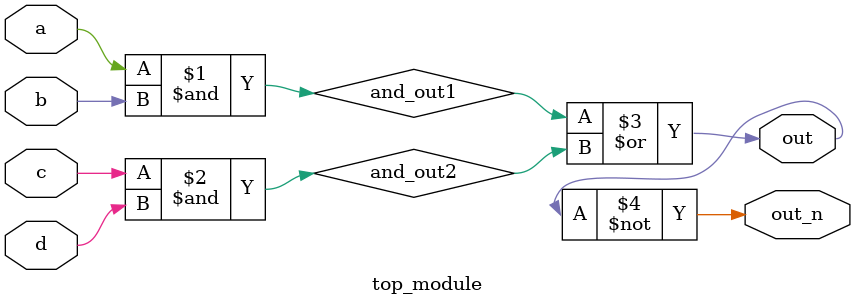
<source format=sv>
module top_module (
    input a,
    input b,
    input c,
    input d,
    output out,
    output out_n
);

    wire and_out1, and_out2;

    // First layer: AND gates
    and(and_out1, a, b);
    and(and_out2, c, d);

    // Second layer: OR gate
    or(out, and_out1, and_out2);

    // Inverted output
    not(out_n, out);

endmodule

</source>
